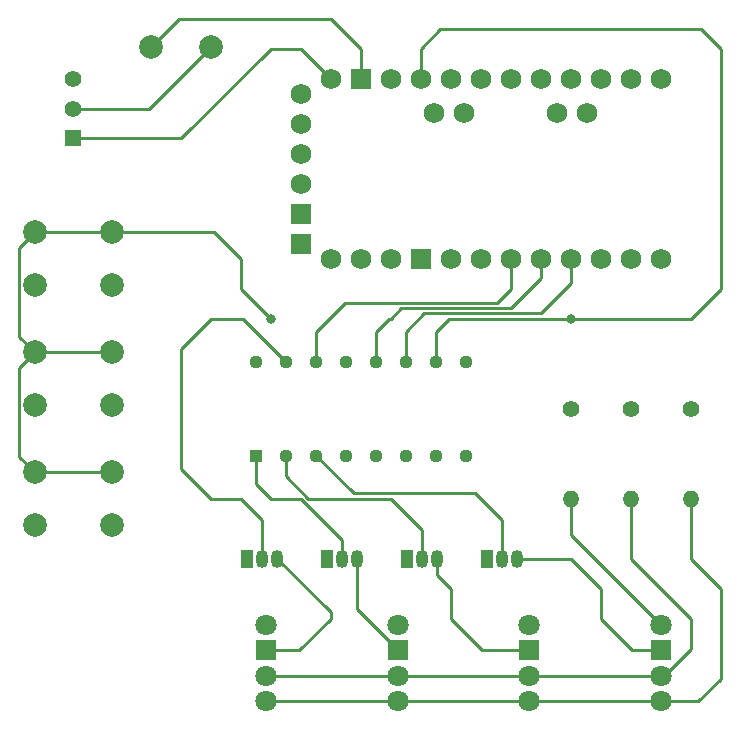
<source format=gbr>
%TF.GenerationSoftware,KiCad,Pcbnew,(6.0.11)*%
%TF.CreationDate,2023-02-01T23:46:18-08:00*%
%TF.ProjectId,ath,6174682e-6b69-4636-9164-5f7063625858,Original*%
%TF.SameCoordinates,Original*%
%TF.FileFunction,Copper,L1,Top*%
%TF.FilePolarity,Positive*%
%FSLAX46Y46*%
G04 Gerber Fmt 4.6, Leading zero omitted, Abs format (unit mm)*
G04 Created by KiCad (PCBNEW (6.0.11)) date 2023-02-01 23:46:18*
%MOMM*%
%LPD*%
G01*
G04 APERTURE LIST*
%TA.AperFunction,ComponentPad*%
%ADD10C,1.400000*%
%TD*%
%TA.AperFunction,ComponentPad*%
%ADD11O,1.400000X1.400000*%
%TD*%
%TA.AperFunction,ComponentPad*%
%ADD12R,1.130000X1.130000*%
%TD*%
%TA.AperFunction,ComponentPad*%
%ADD13C,1.130000*%
%TD*%
%TA.AperFunction,ComponentPad*%
%ADD14R,1.050000X1.500000*%
%TD*%
%TA.AperFunction,ComponentPad*%
%ADD15O,1.050000X1.500000*%
%TD*%
%TA.AperFunction,ComponentPad*%
%ADD16C,1.800000*%
%TD*%
%TA.AperFunction,ComponentPad*%
%ADD17R,1.800000X1.800000*%
%TD*%
%TA.AperFunction,SMDPad,CuDef*%
%ADD18C,2.000000*%
%TD*%
%TA.AperFunction,ComponentPad*%
%ADD19R,1.408000X1.408000*%
%TD*%
%TA.AperFunction,ComponentPad*%
%ADD20C,1.408000*%
%TD*%
%TA.AperFunction,ComponentPad*%
%ADD21C,2.000000*%
%TD*%
%TA.AperFunction,ComponentPad*%
%ADD22C,1.727200*%
%TD*%
%TA.AperFunction,ComponentPad*%
%ADD23R,1.727200X1.727200*%
%TD*%
%TA.AperFunction,ViaPad*%
%ADD24C,0.800000*%
%TD*%
%TA.AperFunction,Conductor*%
%ADD25C,0.250000*%
%TD*%
G04 APERTURE END LIST*
D10*
%TO.P,R2,1*%
%TO.N,Net-(CTRL0-PadD10)*%
X187960000Y-66040000D03*
D11*
%TO.P,R2,2*%
%TO.N,Net-(D0-Pad4)*%
X187960000Y-73660000D03*
%TD*%
D12*
%TO.P,IC0,1,QB*%
%TO.N,Net-(IC0-Pad1)*%
X151130000Y-70010000D03*
D13*
%TO.P,IC0,2,QC*%
%TO.N,Net-(IC0-Pad2)*%
X153670000Y-70010000D03*
%TO.P,IC0,3,QD*%
%TO.N,Net-(IC0-Pad3)*%
X156210000Y-70010000D03*
%TO.P,IC0,4,QE*%
%TO.N,unconnected-(IC0-Pad4)*%
X158750000Y-70010000D03*
%TO.P,IC0,5,QF*%
%TO.N,unconnected-(IC0-Pad5)*%
X161290000Y-70010000D03*
%TO.P,IC0,6,QG*%
%TO.N,unconnected-(IC0-Pad6)*%
X163830000Y-70010000D03*
%TO.P,IC0,7,QH*%
%TO.N,unconnected-(IC0-Pad7)*%
X166370000Y-70010000D03*
%TO.P,IC0,8,GND*%
%TO.N,Net-(CTRL0-PadGND1)*%
X168910000Y-70010000D03*
%TO.P,IC0,9,QH'*%
%TO.N,unconnected-(IC0-Pad9)*%
X168910000Y-62070000D03*
%TO.P,IC0,10,~{SRCLR}*%
%TO.N,Net-(CTRL0-PadVcc1)*%
X166370000Y-62070000D03*
%TO.P,IC0,11,SRCLK*%
%TO.N,Net-(CTRL0-PadD6)*%
X163830000Y-62070000D03*
%TO.P,IC0,12,RCLK*%
%TO.N,Net-(CTRL0-PadD5)*%
X161290000Y-62070000D03*
%TO.P,IC0,13,~{OE}*%
%TO.N,Net-(CTRL0-PadGND1)*%
X158750000Y-62070000D03*
%TO.P,IC0,14,SER*%
%TO.N,Net-(CTRL0-PadD4)*%
X156210000Y-62070000D03*
%TO.P,IC0,15,QA*%
%TO.N,Net-(IC0-Pad15)*%
X153670000Y-62070000D03*
%TO.P,IC0,16,VCC*%
%TO.N,Net-(CTRL0-PadVcc1)*%
X151130000Y-62070000D03*
%TD*%
D14*
%TO.P,T3,1,E*%
%TO.N,Net-(CTRL0-PadGND1)*%
X170712712Y-78740000D03*
D15*
%TO.P,T3,2,B*%
%TO.N,Net-(IC0-Pad3)*%
X171982712Y-78740000D03*
%TO.P,T3,3,C*%
%TO.N,Net-(D3-Pad2)*%
X173252712Y-78740000D03*
%TD*%
D14*
%TO.P,T1,1,E*%
%TO.N,Net-(CTRL0-PadGND1)*%
X157166045Y-78740000D03*
D15*
%TO.P,T1,2,B*%
%TO.N,Net-(IC0-Pad1)*%
X158436045Y-78740000D03*
%TO.P,T1,3,C*%
%TO.N,Net-(D1-Pad2)*%
X159706045Y-78740000D03*
%TD*%
D16*
%TO.P,D2,1,RK*%
%TO.N,Net-(D0-Pad1)*%
X174286666Y-84306500D03*
D17*
%TO.P,D2,2,A*%
%TO.N,Net-(D2-Pad2)*%
X174286666Y-86465500D03*
D16*
%TO.P,D2,3,GK*%
%TO.N,Net-(D0-Pad3)*%
X174286666Y-88624500D03*
%TO.P,D2,4,BK*%
%TO.N,Net-(D0-Pad4)*%
X174286666Y-90783500D03*
%TD*%
D18*
%TO.P,PWR-0,1,Pin_1*%
%TO.N,Net-(CTRL0-PadGND2)*%
X142240000Y-35420000D03*
%TD*%
D14*
%TO.P,T2,1,E*%
%TO.N,Net-(CTRL0-PadGND1)*%
X163939378Y-78740000D03*
D15*
%TO.P,T2,2,B*%
%TO.N,Net-(IC0-Pad2)*%
X165209378Y-78740000D03*
%TO.P,T2,3,C*%
%TO.N,Net-(D2-Pad2)*%
X166479378Y-78740000D03*
%TD*%
D19*
%TO.P,PSW0,1*%
%TO.N,Net-(CTRL0-PadRAW)*%
X135668872Y-43140000D03*
D20*
%TO.P,PSW0,2*%
%TO.N,Net-(PSW0-Pad2)*%
X135668872Y-40640000D03*
%TO.P,PSW0,3*%
%TO.N,unconnected-(PSW0-Pad3)*%
X135668872Y-38140000D03*
%TD*%
D21*
%TO.P,SW2,1,1*%
%TO.N,Net-(CTRL0-PadVcc1)*%
X138918872Y-71410000D03*
X132418872Y-71410000D03*
%TO.P,SW2,2,2*%
%TO.N,Net-(CTRL0-PadA2)*%
X138918872Y-75910000D03*
X132418872Y-75910000D03*
%TD*%
D16*
%TO.P,D0,1,RK*%
%TO.N,Net-(D0-Pad1)*%
X152020000Y-84306500D03*
D17*
%TO.P,D0,2,A*%
%TO.N,Net-(D0-Pad2)*%
X152020000Y-86465500D03*
D16*
%TO.P,D0,3,GK*%
%TO.N,Net-(D0-Pad3)*%
X152020000Y-88624500D03*
%TO.P,D0,4,BK*%
%TO.N,Net-(D0-Pad4)*%
X152020000Y-90783500D03*
%TD*%
D21*
%TO.P,SW1,1,1*%
%TO.N,Net-(CTRL0-PadVcc1)*%
X138918872Y-61250000D03*
X132418872Y-61250000D03*
%TO.P,SW1,2,2*%
%TO.N,Net-(CTRL0-PadA1)*%
X138918872Y-65750000D03*
X132418872Y-65750000D03*
%TD*%
D16*
%TO.P,D1,1,RK*%
%TO.N,Net-(D0-Pad1)*%
X163153333Y-84306500D03*
D17*
%TO.P,D1,2,A*%
%TO.N,Net-(D1-Pad2)*%
X163153333Y-86465500D03*
D16*
%TO.P,D1,3,GK*%
%TO.N,Net-(D0-Pad3)*%
X163153333Y-88624500D03*
%TO.P,D1,4,BK*%
%TO.N,Net-(D0-Pad4)*%
X163153333Y-90783500D03*
%TD*%
D21*
%TO.P,SW0,1,1*%
%TO.N,Net-(CTRL0-PadVcc1)*%
X132418872Y-51090000D03*
X138918872Y-51090000D03*
%TO.P,SW0,2,2*%
%TO.N,Net-(CTRL0-PadA0)*%
X132418872Y-55590000D03*
X138918872Y-55590000D03*
%TD*%
D22*
%TO.P,CTRL0,A0,A0*%
%TO.N,Net-(CTRL0-PadA0)*%
X175260000Y-38100000D03*
%TO.P,CTRL0,A1,A1*%
%TO.N,Net-(CTRL0-PadA1)*%
X172720000Y-38100000D03*
%TO.P,CTRL0,A2,A2*%
%TO.N,Net-(CTRL0-PadA2)*%
X170180000Y-38100000D03*
%TO.P,CTRL0,A3,A3*%
%TO.N,unconnected-(CTRL0-PadA3)*%
X167640000Y-38100000D03*
%TO.P,CTRL0,A4,A4_SDA*%
%TO.N,unconnected-(CTRL0-PadA4)*%
X168790600Y-41025900D03*
%TO.P,CTRL0,A5,A5_SCL*%
%TO.N,unconnected-(CTRL0-PadA5)*%
X166250600Y-41025900D03*
%TO.P,CTRL0,A6,A6*%
%TO.N,unconnected-(CTRL0-PadA6)*%
X179204600Y-41025900D03*
%TO.P,CTRL0,A7,A7*%
%TO.N,unconnected-(CTRL0-PadA7)*%
X176664000Y-41025900D03*
%TO.P,CTRL0,D0,D0_RXI*%
%TO.N,unconnected-(CTRL0-PadD0)*%
X160020000Y-53340000D03*
%TO.P,CTRL0,D1,D1_TXO*%
%TO.N,unconnected-(CTRL0-PadD1)*%
X157480000Y-53340000D03*
%TO.P,CTRL0,D2,D2_INT0*%
%TO.N,unconnected-(CTRL0-PadD2)*%
X167640000Y-53340000D03*
%TO.P,CTRL0,D3,D3_INT1*%
%TO.N,Net-(CTRL0-PadD3)*%
X170180000Y-53340000D03*
%TO.P,CTRL0,D4,D4*%
%TO.N,Net-(CTRL0-PadD4)*%
X172720000Y-53340000D03*
%TO.P,CTRL0,D5,D5*%
%TO.N,Net-(CTRL0-PadD5)*%
X175260000Y-53340000D03*
%TO.P,CTRL0,D6,D6*%
%TO.N,Net-(CTRL0-PadD6)*%
X177800000Y-53340000D03*
%TO.P,CTRL0,D7,D7*%
%TO.N,unconnected-(CTRL0-PadD7)*%
X180340000Y-53340000D03*
%TO.P,CTRL0,D8,D8*%
%TO.N,unconnected-(CTRL0-PadD8)*%
X182880000Y-53340000D03*
%TO.P,CTRL0,D9,D9*%
%TO.N,Net-(CTRL0-PadD9)*%
X185420000Y-53340000D03*
%TO.P,CTRL0,D10,D10_CS*%
%TO.N,Net-(CTRL0-PadD10)*%
X185420000Y-38100000D03*
%TO.P,CTRL0,D11,D11_MISO*%
%TO.N,unconnected-(CTRL0-PadD11)*%
X182880000Y-38100000D03*
%TO.P,CTRL0,D12,D12_MOSI*%
%TO.N,unconnected-(CTRL0-PadD12)*%
X180340000Y-38100000D03*
%TO.P,CTRL0,D13,D13_SCK*%
%TO.N,unconnected-(CTRL0-PadD13)*%
X177800000Y-38100000D03*
%TO.P,CTRL0,DTR,~{DTR}*%
%TO.N,unconnected-(CTRL0-PadDTR)*%
X154940000Y-39370000D03*
D23*
%TO.P,CTRL0,GND1,GND*%
%TO.N,Net-(CTRL0-PadGND1)*%
X165100000Y-53340000D03*
%TO.P,CTRL0,GND2,GND*%
%TO.N,Net-(CTRL0-PadGND2)*%
X160020000Y-38100000D03*
%TO.P,CTRL0,GND4,GND*%
%TO.N,unconnected-(CTRL0-PadGND4)*%
X154940000Y-49530000D03*
%TO.P,CTRL0,GND5,GND*%
%TO.N,unconnected-(CTRL0-PadGND5)*%
X154940000Y-52070000D03*
D22*
%TO.P,CTRL0,RAW,RAW*%
%TO.N,Net-(CTRL0-PadRAW)*%
X157480000Y-38100000D03*
%TO.P,CTRL0,RST1,RESET*%
%TO.N,unconnected-(CTRL0-PadRST1)*%
X162560000Y-53340000D03*
%TO.P,CTRL0,RST2,RESET*%
%TO.N,unconnected-(CTRL0-PadRST2)*%
X162560000Y-38100000D03*
%TO.P,CTRL0,RXI,RXI*%
%TO.N,unconnected-(CTRL0-PadRXI)*%
X154940000Y-44450000D03*
%TO.P,CTRL0,TXO,TXO*%
%TO.N,unconnected-(CTRL0-PadTXO)*%
X154940000Y-41910000D03*
%TO.P,CTRL0,Vcc1,Vcc*%
%TO.N,Net-(CTRL0-PadVcc1)*%
X165100000Y-38100000D03*
%TO.P,CTRL0,Vcc2,Vcc*%
%TO.N,unconnected-(CTRL0-PadVcc2)*%
X154940000Y-46990000D03*
%TD*%
D18*
%TO.P,PWR+0,1,Pin_1*%
%TO.N,Net-(PSW0-Pad2)*%
X147320000Y-35420000D03*
%TD*%
D16*
%TO.P,D3,1,RK*%
%TO.N,Net-(D0-Pad1)*%
X185420000Y-84306500D03*
D17*
%TO.P,D3,2,A*%
%TO.N,Net-(D3-Pad2)*%
X185420000Y-86465500D03*
D16*
%TO.P,D3,3,GK*%
%TO.N,Net-(D0-Pad3)*%
X185420000Y-88624500D03*
%TO.P,D3,4,BK*%
%TO.N,Net-(D0-Pad4)*%
X185420000Y-90783500D03*
%TD*%
D10*
%TO.P,R0,1*%
%TO.N,Net-(CTRL0-PadD3)*%
X177800000Y-66040000D03*
D11*
%TO.P,R0,2*%
%TO.N,Net-(D0-Pad1)*%
X177800000Y-73660000D03*
%TD*%
D14*
%TO.P,T0,1,E*%
%TO.N,Net-(CTRL0-PadGND1)*%
X150392712Y-78740000D03*
D15*
%TO.P,T0,2,B*%
%TO.N,Net-(IC0-Pad15)*%
X151662712Y-78740000D03*
%TO.P,T0,3,C*%
%TO.N,Net-(D0-Pad2)*%
X152932712Y-78740000D03*
%TD*%
D10*
%TO.P,R1,1*%
%TO.N,Net-(CTRL0-PadD9)*%
X182880000Y-66040000D03*
D11*
%TO.P,R1,2*%
%TO.N,Net-(D0-Pad3)*%
X182880000Y-73660000D03*
%TD*%
D24*
%TO.N,Net-(CTRL0-PadVcc1)*%
X177800000Y-58420000D03*
X152400000Y-58420000D03*
%TD*%
D25*
%TO.N,Net-(CTRL0-PadRAW)*%
X152400000Y-35560000D02*
X144820000Y-43140000D01*
X154940000Y-35560000D02*
X152400000Y-35560000D01*
X144820000Y-43140000D02*
X135668872Y-43140000D01*
X157480000Y-38100000D02*
X154940000Y-35560000D01*
%TO.N,Net-(CTRL0-PadD4)*%
X156210000Y-59530000D02*
X156210000Y-62070000D01*
X172720000Y-53340000D02*
X172720000Y-55880000D01*
X158670000Y-57070000D02*
X156210000Y-59530000D01*
X171530000Y-57070000D02*
X158670000Y-57070000D01*
X172720000Y-55880000D02*
X171530000Y-57070000D01*
%TO.N,Net-(CTRL0-PadD5)*%
X161290000Y-59530000D02*
X161290000Y-62070000D01*
X162400000Y-58420000D02*
X162560000Y-58420000D01*
X163460000Y-57520000D02*
X172720000Y-57520000D01*
X175260000Y-54980000D02*
X175260000Y-53340000D01*
X172720000Y-57520000D02*
X175260000Y-54980000D01*
X161290000Y-59530000D02*
X162400000Y-58420000D01*
X162560000Y-58420000D02*
X163460000Y-57520000D01*
%TO.N,Net-(CTRL0-PadD6)*%
X177800000Y-55430000D02*
X175260000Y-57970000D01*
X177800000Y-53340000D02*
X177800000Y-55430000D01*
X165390000Y-57970000D02*
X163830000Y-59530000D01*
X175260000Y-57970000D02*
X165390000Y-57970000D01*
X163830000Y-59530000D02*
X163830000Y-62070000D01*
%TO.N,Net-(CTRL0-PadVcc1)*%
X132418872Y-61250000D02*
X138918872Y-61250000D01*
X132418872Y-71410000D02*
X138918872Y-71410000D01*
X187960000Y-58420000D02*
X190500000Y-55880000D01*
X131093872Y-52415000D02*
X131093872Y-59925000D01*
X132418872Y-51090000D02*
X131093872Y-52415000D01*
X149860000Y-53340000D02*
X147610000Y-51090000D01*
X132418872Y-61250000D02*
X131093872Y-62575000D01*
X166740000Y-33920000D02*
X188860000Y-33920000D01*
X177800000Y-58420000D02*
X187960000Y-58420000D01*
X177800000Y-58420000D02*
X167480000Y-58420000D01*
X132418872Y-51090000D02*
X138918872Y-51090000D01*
X190500000Y-55880000D02*
X190500000Y-35560000D01*
X147610000Y-51090000D02*
X138918872Y-51090000D01*
X131093872Y-59925000D02*
X132418872Y-61250000D01*
X188860000Y-33920000D02*
X190500000Y-35560000D01*
X165100000Y-35560000D02*
X166740000Y-33920000D01*
X165100000Y-38100000D02*
X165100000Y-35560000D01*
X131093872Y-62575000D02*
X131093872Y-70085000D01*
X152400000Y-58420000D02*
X149860000Y-55880000D01*
X149860000Y-55880000D02*
X149860000Y-53340000D01*
X167480000Y-58420000D02*
X166370000Y-59530000D01*
X131093872Y-70085000D02*
X132418872Y-71410000D01*
X166370000Y-59530000D02*
X166370000Y-62070000D01*
%TO.N,Net-(D0-Pad2)*%
X157480000Y-83287288D02*
X157480000Y-83820000D01*
X154834500Y-86465500D02*
X152020000Y-86465500D01*
X152932712Y-78740000D02*
X157480000Y-83287288D01*
X157480000Y-83820000D02*
X154834500Y-86465500D01*
%TO.N,Net-(IC0-Pad1)*%
X158436045Y-77156045D02*
X158436045Y-78740000D01*
X151130000Y-72390000D02*
X152400000Y-73660000D01*
X151130000Y-70010000D02*
X151130000Y-72390000D01*
X152400000Y-73660000D02*
X154940000Y-73660000D01*
X154940000Y-73660000D02*
X158436045Y-77156045D01*
%TO.N,Net-(IC0-Pad2)*%
X165209378Y-76309378D02*
X165209378Y-78740000D01*
X153670000Y-70010000D02*
X153670000Y-71753604D01*
X162560000Y-73660000D02*
X165209378Y-76309378D01*
X153670000Y-71753604D02*
X155576396Y-73660000D01*
X155576396Y-73660000D02*
X162560000Y-73660000D01*
%TO.N,Net-(IC0-Pad15)*%
X150020000Y-58420000D02*
X147320000Y-58420000D01*
X147320000Y-73660000D02*
X149860000Y-73660000D01*
X153670000Y-62070000D02*
X150020000Y-58420000D01*
X147320000Y-58420000D02*
X144780000Y-60960000D01*
X144780000Y-60960000D02*
X144780000Y-71120000D01*
X144780000Y-71120000D02*
X147320000Y-73660000D01*
X151662712Y-75462712D02*
X151662712Y-78740000D01*
X149860000Y-73660000D02*
X151662712Y-75462712D01*
%TO.N,Net-(D0-Pad1)*%
X177800000Y-76686500D02*
X177800000Y-73660000D01*
X185420000Y-84306500D02*
X177800000Y-76686500D01*
%TO.N,Net-(D0-Pad3)*%
X185144500Y-88624500D02*
X185420000Y-88900000D01*
X187960000Y-83820000D02*
X182880000Y-78740000D01*
X174286666Y-88624500D02*
X185144500Y-88624500D01*
X182880000Y-78740000D02*
X182880000Y-73660000D01*
X185695500Y-88624500D02*
X187960000Y-86360000D01*
X163153333Y-88624500D02*
X174286666Y-88624500D01*
X152020000Y-88624500D02*
X163153333Y-88624500D01*
X185420000Y-88624500D02*
X185695500Y-88624500D01*
X187960000Y-86360000D02*
X187960000Y-83820000D01*
%TO.N,Net-(D0-Pad4)*%
X187960000Y-78740000D02*
X190500000Y-81280000D01*
X190500000Y-88900000D02*
X188616500Y-90783500D01*
X187960000Y-73660000D02*
X187960000Y-78740000D01*
X190500000Y-81280000D02*
X190500000Y-88900000D01*
X174286666Y-90783500D02*
X163153333Y-90783500D01*
X188616500Y-90783500D02*
X185420000Y-90783500D01*
X174286666Y-90783500D02*
X185420000Y-90783500D01*
X152020000Y-90783500D02*
X163153333Y-90783500D01*
%TO.N,Net-(D1-Pad2)*%
X159706045Y-78740000D02*
X159706045Y-83018212D01*
X159706045Y-83018212D02*
X163153333Y-86465500D01*
%TO.N,Net-(D2-Pad2)*%
X166479378Y-80119378D02*
X167640000Y-81280000D01*
X170285500Y-86465500D02*
X174286666Y-86465500D01*
X166479378Y-78740000D02*
X166479378Y-80119378D01*
X167640000Y-83820000D02*
X170285500Y-86465500D01*
X167640000Y-81280000D02*
X167640000Y-83820000D01*
%TO.N,Net-(D3-Pad2)*%
X177800000Y-78740000D02*
X180340000Y-81280000D01*
X173252712Y-78740000D02*
X177800000Y-78740000D01*
X180340000Y-81280000D02*
X180340000Y-83820000D01*
X180340000Y-83820000D02*
X182985500Y-86465500D01*
X182985500Y-86465500D02*
X185420000Y-86465500D01*
%TO.N,Net-(IC0-Pad3)*%
X169730000Y-73210000D02*
X171982712Y-75462712D01*
X156210000Y-70010000D02*
X159410000Y-73210000D01*
X159410000Y-73210000D02*
X169730000Y-73210000D01*
X171982712Y-75462712D02*
X171982712Y-78740000D01*
%TO.N,Net-(PSW0-Pad2)*%
X142100000Y-40640000D02*
X147320000Y-35420000D01*
X135668872Y-40640000D02*
X142100000Y-40640000D01*
%TO.N,Net-(CTRL0-PadGND2)*%
X157480000Y-33020000D02*
X144640000Y-33020000D01*
X144640000Y-33020000D02*
X142240000Y-35420000D01*
X160020000Y-35560000D02*
X157480000Y-33020000D01*
X160020000Y-38100000D02*
X160020000Y-35560000D01*
%TD*%
M02*

</source>
